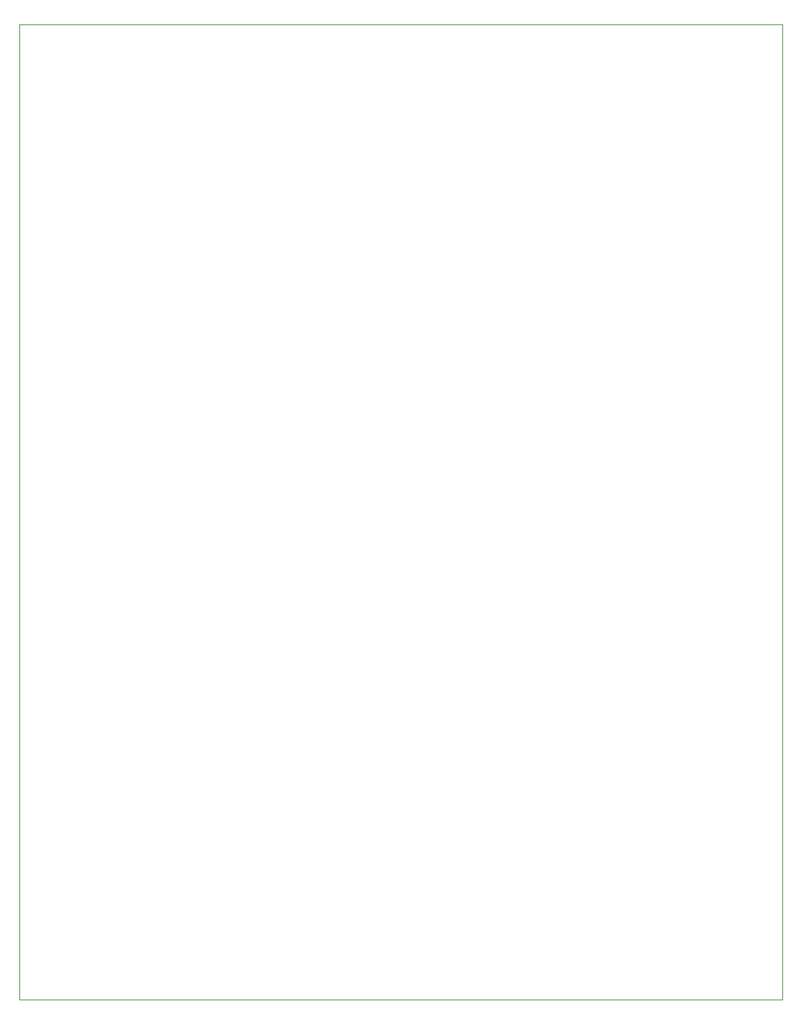
<source format=gm1>
%TF.GenerationSoftware,KiCad,Pcbnew,(6.0.4-0)*%
%TF.CreationDate,2022-06-01T22:19:22+01:00*%
%TF.ProjectId,4-bitAdder,342d6269-7441-4646-9465-722e6b696361,v1.0*%
%TF.SameCoordinates,Original*%
%TF.FileFunction,Profile,NP*%
%FSLAX46Y46*%
G04 Gerber Fmt 4.6, Leading zero omitted, Abs format (unit mm)*
G04 Created by KiCad (PCBNEW (6.0.4-0)) date 2022-06-01 22:19:22*
%MOMM*%
%LPD*%
G01*
G04 APERTURE LIST*
%TA.AperFunction,Profile*%
%ADD10C,0.025400*%
%TD*%
G04 APERTURE END LIST*
D10*
X130000000Y-170000000D02*
X130000000Y-55000000D01*
X130000000Y-55000000D02*
X40000000Y-55000000D01*
X40000000Y-170000000D02*
X130000000Y-170000000D01*
X40000000Y-55000000D02*
X40000000Y-170000000D01*
M02*

</source>
